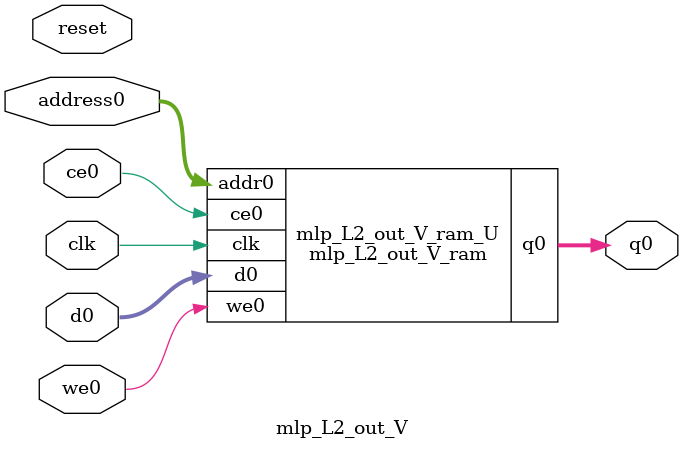
<source format=v>

`timescale 1 ns / 1 ps
module mlp_L2_out_V_ram (addr0, ce0, d0, we0, q0,  clk);

parameter DWIDTH = 18;
parameter AWIDTH = 4;
parameter MEM_SIZE = 10;

input[AWIDTH-1:0] addr0;
input ce0;
input[DWIDTH-1:0] d0;
input we0;
output reg[DWIDTH-1:0] q0;
input clk;

(* ram_style = "distributed" *)reg [DWIDTH-1:0] ram[0:MEM_SIZE-1];




always @(posedge clk)  
begin 
    if (ce0) 
    begin
        if (we0) 
        begin 
            ram[addr0] <= d0; 
            q0 <= d0;
        end 
        else 
            q0 <= ram[addr0];
    end
end


endmodule


`timescale 1 ns / 1 ps
module mlp_L2_out_V(
    reset,
    clk,
    address0,
    ce0,
    we0,
    d0,
    q0);

parameter DataWidth = 32'd18;
parameter AddressRange = 32'd10;
parameter AddressWidth = 32'd4;
input reset;
input clk;
input[AddressWidth - 1:0] address0;
input ce0;
input we0;
input[DataWidth - 1:0] d0;
output[DataWidth - 1:0] q0;



mlp_L2_out_V_ram mlp_L2_out_V_ram_U(
    .clk( clk ),
    .addr0( address0 ),
    .ce0( ce0 ),
    .we0( we0 ),
    .d0( d0 ),
    .q0( q0 ));

endmodule


</source>
